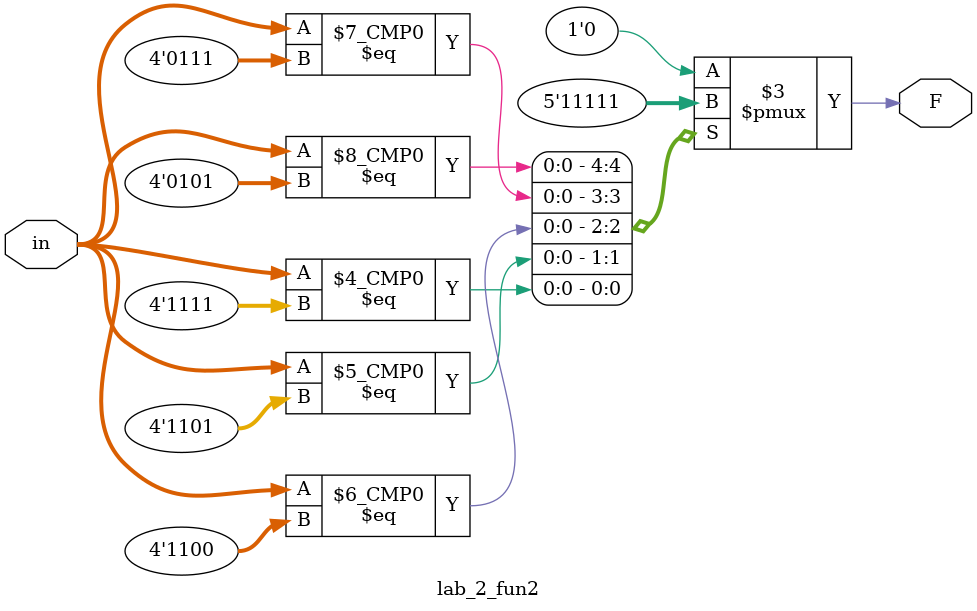
<source format=v>
module lab_2_fun2(input [3:0] in, output reg F);

	always @* begin
		case(in)
		default : F = 0;
		4'd5	: F = 1;
		4'd7	: F = 1;
		4'd12 : F = 1;
		4'd13 : F = 1;
		4'd15 : F = 1;
		endcase
	end

	

endmodule

</source>
